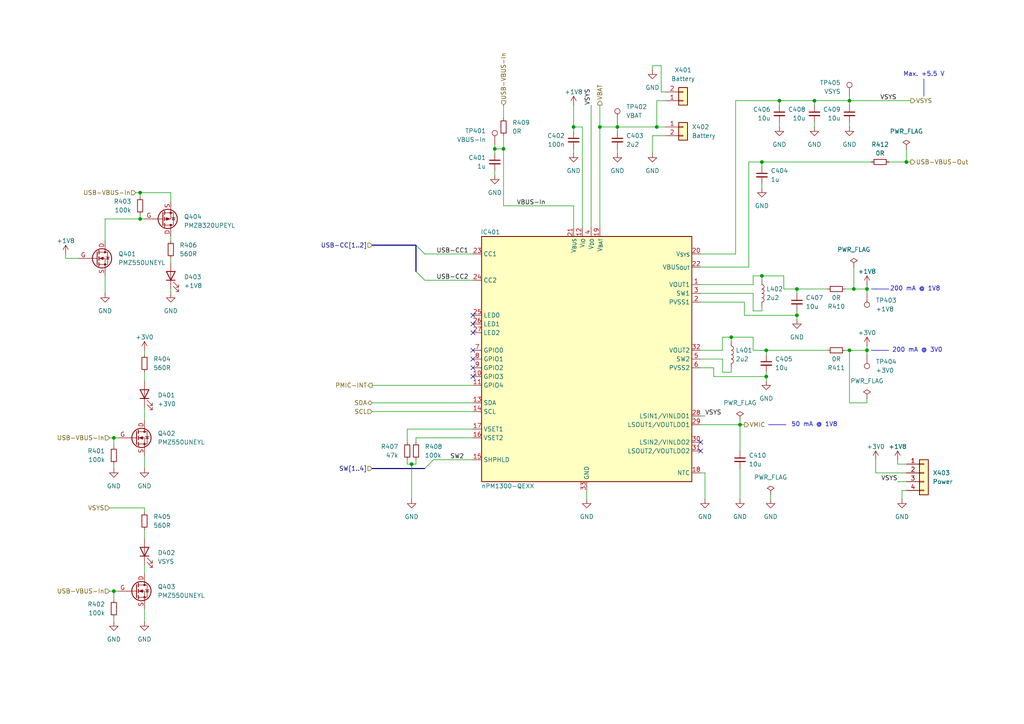
<source format=kicad_sch>
(kicad_sch (version 20250114) (generator "eeschema") (generator_version "9.0")
  (paper "A4")
  (title_block (title "Power-Management") (date "2025-07-13") (rev "${REVISION}") (company "${COMPANY}"))
  (lib_symbols
    (symbol "Connector:TestPoint" (pin_numbers (hide yes)) (pin_names (offset 0.762) (hide yes))
      (property "Reference" "TP" (at 0 6.858 0))
      (property "Value" "TestPoint" (at 0 5.08 0))
      (symbol "TestPoint_1_1"
        (pin passive line (at 0 0 90) (length 2.54) (name "1") (number "1"))
      )
    )
    (symbol "Connector_Generic:Conn_01x02" (pin_names (offset 1.016) (hide yes))
      (property "Reference" "J" (at 0 2.54 0))
      (property "Value" "Conn_01x02" (at 0 -5.08 0))
      (symbol "Conn_01x02_1_1"
        (pin passive line (at -5.08 0 0) (length 3.81) (name "Pin_1") (number "1"))
        (pin passive line (at -5.08 -2.54 0) (length 3.81) (name "Pin_2") (number "2"))
      )
    )
    (symbol "Connector_Generic:Conn_01x04" (pin_names (offset 1.016) (hide yes))
      (property "Reference" "J" (at 0 5.08 0))
      (property "Value" "Conn_01x04" (at 0 -7.62 0))
      (symbol "Conn_01x04_1_1"
        (pin passive line (at -5.08 2.54 0) (length 3.81) (name "Pin_1") (number "1"))
        (pin passive line (at -5.08 0 0) (length 3.81) (name "Pin_2") (number "2"))
        (pin passive line (at -5.08 -2.54 0) (length 3.81) (name "Pin_3") (number "3"))
        (pin passive line (at -5.08 -5.08 0) (length 3.81) (name "Pin_4") (number "4"))
      )
    )
    (symbol "Device:C_Small" (pin_numbers (hide yes)) (pin_names (offset 0.254) (hide yes))
      (property "Reference" "C" (at 0.254 1.778 0))
      (property "Value" "C_Small" (at 0.254 -2.032 0))
      (symbol "C_Small_1_1"
        (pin passive line (at 0 2.54 270) (length 2.032) (name "~") (number "1"))
        (pin passive line (at 0 -2.54 90) (length 2.032) (name "~") (number "2"))
      )
    )
    (symbol "Device:L" (pin_numbers (hide yes)) (pin_names (offset 1.016) (hide yes))
      (property "Reference" "L" (at -1.27 0 90))
      (property "Value" "L" (at 1.905 0 90))
      (symbol "L_1_1"
        (pin passive line (at 0 3.81 270) (length 1.27) (name "1") (number "1"))
        (pin passive line (at 0 -3.81 90) (length 1.27) (name "2") (number "2"))
      )
    )
    (symbol "Device:LED" (pin_numbers (hide yes)) (pin_names (offset 1.016) (hide yes))
      (property "Reference" "D" (at 0 2.54 0))
      (property "Value" "LED" (at 0 -2.54 0))
      (symbol "LED_1_1"
        (pin passive line (at -3.81 0 0) (length 2.54) (name "K") (number "1"))
        (pin passive line (at 3.81 0 180) (length 2.54) (name "A") (number "2"))
      )
    )
    (symbol "Device:R_Small" (pin_numbers (hide yes)) (pin_names (offset 0.254) (hide yes))
      (property "Reference" "R" (at 0 0 90))
      (property "Value" "R_Small" (at 1.778 0 90))
      (symbol "R_Small_1_1"
        (pin passive line (at 0 2.54 270) (length 0.762) (name "~") (number "1"))
        (pin passive line (at 0 -2.54 90) (length 0.762) (name "~") (number "2"))
      )
    )
    (symbol "Nexperia:PMZ550UNE" (pin_names (hide yes))
      (property "Reference" "Q" (at 6.35 1.2701 0))
      (property "Value" "PMZ550UNE" (at 6.35 -1.2699 0))
      (symbol "PMZ550UNE_1_1"
        (pin input line (at -5.08 0 0) (length 2.54) (name "G") (number "G"))
        (pin passive line (at 2.54 5.08 270) (length 2.54) (name "D") (number "D"))
        (pin passive line (at 2.54 -5.08 90) (length 2.54) (name "S") (number "S"))
      )
    )
    (symbol "Nexperia:PMZB320UPE" (pin_names (hide yes))
      (property "Reference" "Q" (at 2.54 1.905 0))
      (property "Value" "PMZB320UPE" (at -6.35 0 0))
      (symbol "PMZB320UPE_1_1"
        (pin input line (at -7.62 0 0) (length 2.54) (name "G") (number "G"))
        (pin passive line (at 0 5.08 270) (length 2.54) (name "D") (number "D"))
        (pin passive line (at 0 -5.08 90) (length 2.54) (name "S") (number "S"))
      )
    )
    (symbol "Nordic:nPM1300-QEXX"
      (property "Reference" "IC" (at -29.845 36.83 0))
      (property "Value" "nPM1300-QEXX" (at -22.86 -36.83 0))
      (symbol "nPM1300-QEXX_1_0"
        (pin input line (at -33.02 30.48 0) (length 2.54) (name "CC1") (number "23"))
        (pin input line (at -33.02 22.86 0) (length 2.54) (name "CC2") (number "24"))
        (pin output line (at -33.02 12.7 0) (length 2.54) (name "LED0") (number "25"))
        (pin output line (at -33.02 10.16 0) (length 2.54) (name "LED1") (number "26"))
        (pin output line (at -33.02 7.62 0) (length 2.54) (name "LED2") (number "27"))
        (pin bidirectional line (at -33.02 2.54 0) (length 2.54) (name "GPIO0") (number "7"))
        (pin bidirectional line (at -33.02 0 0) (length 2.54) (name "GPIO1") (number "8"))
        (pin bidirectional line (at -33.02 -2.54 0) (length 2.54) (name "GPIO2") (number "9"))
        (pin bidirectional line (at -33.02 -5.08 0) (length 2.54) (name "GPIO3") (number "10"))
        (pin bidirectional line (at -33.02 -7.62 0) (length 2.54) (name "GPIO4") (number "11"))
        (pin bidirectional line (at -33.02 -12.7 0) (length 2.54) (name "SDA") (number "13"))
        (pin input line (at -33.02 -15.24 0) (length 2.54) (name "SCL") (number "14"))
        (pin input line (at -33.02 -20.32 0) (length 2.54) (name "VSET1") (number "17"))
        (pin input line (at -33.02 -22.86 0) (length 2.54) (name "VSET2") (number "16"))
        (pin input line (at -33.02 -29.21 0) (length 2.54) (name "SHPHLD") (number "15"))
        (pin power_out line (at -3.81 38.1 270) (length 2.54) (name "V_{BUS}") (number "21"))
        (pin power_in line (at -1.27 38.1 270) (length 2.54) (name "V_{IO}") (number "12"))
        (pin passive line (at 0 -38.1 90) (length 2.54) (name "GND") (number "33"))
        (pin power_in line (at 1.27 38.1 270) (length 2.54) (name "V_{DD}") (number "4"))
        (pin power_out line (at 3.81 38.1 270) (length 2.54) (name "V_{BAT}") (number "19"))
        (pin power_out line (at 33.02 30.48 180) (length 2.54) (name "V_{SYS}") (number "20"))
        (pin power_out line (at 33.02 26.67 180) (length 2.54) (name "VBUS_{OUT}") (number "22"))
        (pin power_out line (at 33.02 21.59 180) (length 2.54) (name "VOUT1") (number "1"))
        (pin input line (at 33.02 19.05 180) (length 2.54) (name "SW1") (number "3"))
        (pin input line (at 33.02 16.51 180) (length 2.54) (name "PVSS1") (number "2"))
        (pin power_out line (at 33.02 2.54 180) (length 2.54) (name "VOUT2") (number "32"))
        (pin input line (at 33.02 0 180) (length 2.54) (name "SW2") (number "5"))
        (pin input line (at 33.02 -2.54 180) (length 2.54) (name "PVSS2") (number "6"))
        (pin bidirectional line (at 33.02 -16.51 180) (length 2.54) (name "LSIN1/VINLDO1") (number "28"))
        (pin bidirectional line (at 33.02 -19.05 180) (length 2.54) (name "LSOUT1/VOUTLDO1") (number "29"))
        (pin bidirectional line (at 33.02 -24.13 180) (length 2.54) (name "LSIN2/VINLDO2") (number "30"))
        (pin bidirectional line (at 33.02 -26.67 180) (length 2.54) (name "LSOUT2/VOUTLDO2") (number "31"))
        (pin input line (at 33.02 -33.02 180) (length 2.54) (name "NTC") (number "18"))
      )
    )
    (symbol "power:+1V8" (power) (pin_numbers (hide yes)) (pin_names (offset 0) (hide yes))
      (property "Value" "+1V8" (at 0 3.556 0))
      (symbol "+1V8_1_1"
        (pin power_in line (at 0 0 90) (length 0) (name "~") (number "1"))
      )
    )
    (symbol "power:+3V0" (power) (pin_numbers (hide yes)) (pin_names (offset 0) (hide yes))
      (property "Value" "+3V0" (at 0 3.556 0))
      (symbol "+3V0_1_1"
        (pin power_in line (at 0 0 90) (length 0) (name "~") (number "1"))
      )
    )
    (symbol "power:GND" (power) (pin_numbers (hide yes)) (pin_names (offset 0) (hide yes))
      (property "Value" "GND" (at 0 -3.81 0))
      (symbol "GND_1_1"
        (pin power_in line (at 0 0 270) (length 0) (name "~") (number "1"))
      )
    )
    (symbol "power:PWR_FLAG" (power) (pin_numbers (hide yes)) (pin_names (offset 0) (hide yes))
      (property "Value" "PWR_FLAG" (at 0 3.81 0))
      (symbol "PWR_FLAG_0_0"
        (pin power_out line (at 0 0 90) (length 0) (name "~") (number "1"))
      )
    )
  )
  (text "50 mA @ 1V8" (at 236.22 123.19 0) (effects (font (size 1.27 1.27))))
  (text "200 mA @ 1V8" (at 265.43 83.82 0) (effects (font (size 1.27 1.27))))
  (text "Max. +5.5 V" (at 267.97 21.59 0) (effects (font (size 1.27 1.27))))
  (text "200 mA @ 3V0" (at 266.065 101.6 0) (effects (font (size 1.27 1.27))))
  (junction (at 226.06 29.21))
  (junction (at 220.98 80.01))
  (junction (at 231.14 83.82))
  (junction (at 166.37 36.83))
  (junction (at 220.98 46.99))
  (junction (at 251.46 83.82))
  (junction (at 146.05 43.18))
  (junction (at 236.22 29.21))
  (junction (at 190.5 36.83))
  (junction (at 119.38 134.62))
  (junction (at 40.64 55.88))
  (junction (at 251.46 101.6))
  (junction (at 179.07 36.83))
  (junction (at 231.14 91.44))
  (junction (at 247.65 83.82))
  (junction (at 173.99 36.83))
  (junction (at 246.38 101.6))
  (junction (at 246.38 29.21))
  (junction (at 222.25 109.22))
  (junction (at 143.51 43.18))
  (junction (at 33.02 171.45))
  (junction (at 40.64 63.5))
  (junction (at 262.89 46.99))
  (junction (at 214.63 123.19))
  (junction (at 222.25 101.6))
  (junction (at 33.02 127))
  (junction (at 212.09 97.79))
  (no_connect (at 137.16 96.52))
  (no_connect (at 137.16 109.22))
  (no_connect (at 137.16 104.14))
  (no_connect (at 203.2 130.81))
  (no_connect (at 137.16 93.98))
  (no_connect (at 137.16 106.68))
  (no_connect (at 137.16 91.44))
  (no_connect (at 137.16 101.6))
  (no_connect (at 203.2 128.27))
  (bus_entry (at 123.19 135.89) (size 2.54 -2.54))
  (bus_entry (at 123.19 81.28) (size -2.54 -2.54))
  (bus_entry (at 123.19 73.66) (size -2.54 -2.54))
  (wire (pts (xy 33.02 134.62) (xy 33.02 135.89)))
  (wire (pts (xy 218.44 97.79) (xy 218.44 101.6)))
  (wire (pts (xy 119.38 134.62) (xy 119.38 144.78)))
  (wire (pts (xy 179.07 36.83) (xy 179.07 38.1)))
  (wire (pts (xy 214.63 123.19) (xy 214.63 130.81)))
  (wire (pts (xy 251.46 101.6) (xy 251.46 102.87)))
  (wire (pts (xy 246.38 29.21) (xy 246.38 30.48)))
  (wire (pts (xy 33.02 127) (xy 33.02 129.54)))
  (wire (pts (xy 209.55 107.95) (xy 212.09 107.95)))
  (wire (pts (xy 173.99 36.83) (xy 173.99 66.04)))
  (wire (pts (xy 246.38 35.56) (xy 246.38 36.83)))
  (wire (pts (xy 179.07 35.56) (xy 179.07 36.83)))
  (wire (pts (xy 203.2 137.16) (xy 204.47 137.16)))
  (wire (pts (xy 30.48 80.01) (xy 30.48 85.09)))
  (wire (pts (xy 227.33 80.01) (xy 227.33 83.82)))
  (wire (pts (xy 107.95 111.76) (xy 137.16 111.76)))
  (wire (pts (xy 218.44 80.01) (xy 220.98 80.01)))
  (wire (pts (xy 222.25 107.95) (xy 222.25 109.22)))
  (wire (pts (xy 203.2 77.47) (xy 217.17 77.47)))
  (wire (pts (xy 251.46 101.6) (xy 251.46 100.33)))
  (wire (pts (xy 254 137.16) (xy 254 133.35)))
  (wire (pts (xy 220.98 46.99) (xy 220.98 48.26)))
  (wire (pts (xy 33.02 171.45) (xy 33.02 173.99)))
  (wire (pts (xy 31.75 171.45) (xy 33.02 171.45)))
  (wire (pts (xy 207.01 109.22) (xy 222.25 109.22)))
  (wire (pts (xy 231.14 83.82) (xy 231.14 85.09)))
  (wire (pts (xy 41.91 176.53) (xy 41.91 180.34)))
  (wire (pts (xy 41.91 118.11) (xy 41.91 121.92)))
  (wire (pts (xy 262.89 137.16) (xy 254 137.16)))
  (wire (pts (xy 31.75 127) (xy 33.02 127)))
  (wire (pts (xy 123.19 73.66) (xy 137.16 73.66)))
  (wire (pts (xy 40.64 63.5) (xy 40.64 62.23)))
  (wire (pts (xy 118.11 133.35) (xy 118.11 134.62)))
  (wire (pts (xy 143.51 43.18) (xy 143.51 44.45)))
  (wire (pts (xy 212.09 107.95) (xy 212.09 106.68)))
  (wire (pts (xy 213.36 29.21) (xy 213.36 73.66)))
  (wire (pts (xy 173.99 36.83) (xy 179.07 36.83)))
  (bus (pts (xy 107.95 71.12) (xy 120.65 71.12)))
  (wire (pts (xy 220.98 53.34) (xy 220.98 54.61)))
  (wire (pts (xy 119.38 134.62) (xy 120.65 134.62)))
  (wire (pts (xy 166.37 59.69) (xy 166.37 66.04)))
  (wire (pts (xy 231.14 83.82) (xy 240.03 83.82)))
  (wire (pts (xy 215.9 91.44) (xy 231.14 91.44)))
  (wire (pts (xy 191.77 19.05) (xy 191.77 26.67)))
  (wire (pts (xy 222.25 109.22) (xy 222.25 110.49)))
  (wire (pts (xy 203.2 106.68) (xy 207.01 106.68)))
  (wire (pts (xy 107.95 116.84) (xy 137.16 116.84)))
  (wire (pts (xy 166.37 43.18) (xy 166.37 44.45)))
  (polyline (pts (xy 252.73 83.82) (xy 254 83.82)))
  (wire (pts (xy 218.44 101.6) (xy 222.25 101.6)))
  (wire (pts (xy 226.06 29.21) (xy 213.36 29.21)))
  (wire (pts (xy 143.51 49.53) (xy 143.51 50.8)))
  (wire (pts (xy 246.38 29.21) (xy 264.16 29.21)))
  (wire (pts (xy 41.91 153.67) (xy 41.91 156.21)))
  (wire (pts (xy 209.55 101.6) (xy 209.55 97.79)))
  (wire (pts (xy 209.55 97.79) (xy 212.09 97.79)))
  (wire (pts (xy 245.11 83.82) (xy 247.65 83.82)))
  (wire (pts (xy 203.2 87.63) (xy 215.9 87.63)))
  (wire (pts (xy 218.44 85.09) (xy 218.44 90.17)))
  (wire (pts (xy 49.53 55.88) (xy 49.53 58.42)))
  (wire (pts (xy 214.63 121.92) (xy 214.63 123.19)))
  (wire (pts (xy 204.47 137.16) (xy 204.47 144.78)))
  (wire (pts (xy 41.91 107.95) (xy 41.91 110.49)))
  (bus (pts (xy 120.65 78.74) (xy 120.65 71.12)))
  (wire (pts (xy 260.35 139.7) (xy 262.89 139.7)))
  (wire (pts (xy 19.05 74.93) (xy 22.86 74.93)))
  (wire (pts (xy 120.65 127) (xy 120.65 128.27)))
  (wire (pts (xy 245.11 101.6) (xy 246.38 101.6)))
  (wire (pts (xy 170.18 142.24) (xy 170.18 144.78)))
  (wire (pts (xy 203.2 120.65) (xy 204.47 120.65)))
  (polyline (pts (xy 254 83.82) (xy 257.81 83.82)))
  (wire (pts (xy 146.05 59.69) (xy 166.37 59.69)))
  (wire (pts (xy 189.23 19.05) (xy 191.77 19.05)))
  (wire (pts (xy 193.04 29.21) (xy 190.5 29.21)))
  (wire (pts (xy 262.89 142.24) (xy 261.62 142.24)))
  (wire (pts (xy 217.17 46.99) (xy 220.98 46.99)))
  (wire (pts (xy 247.65 83.82) (xy 251.46 83.82)))
  (wire (pts (xy 34.29 171.45) (xy 33.02 171.45)))
  (wire (pts (xy 247.65 77.47) (xy 247.65 83.82)))
  (wire (pts (xy 246.38 101.6) (xy 251.46 101.6)))
  (wire (pts (xy 40.64 63.5) (xy 30.48 63.5)))
  (wire (pts (xy 226.06 29.21) (xy 226.06 30.48)))
  (wire (pts (xy 41.91 147.32) (xy 41.91 148.59)))
  (wire (pts (xy 146.05 30.48) (xy 146.05 34.29)))
  (wire (pts (xy 226.06 29.21) (xy 236.22 29.21)))
  (wire (pts (xy 262.89 46.99) (xy 264.16 46.99)))
  (wire (pts (xy 203.2 82.55) (xy 218.44 82.55)))
  (wire (pts (xy 203.2 101.6) (xy 209.55 101.6)))
  (wire (pts (xy 220.98 90.17) (xy 220.98 88.9)))
  (wire (pts (xy 143.51 43.18) (xy 146.05 43.18)))
  (wire (pts (xy 226.06 35.56) (xy 226.06 36.83)))
  (wire (pts (xy 39.37 55.88) (xy 40.64 55.88)))
  (wire (pts (xy 41.91 163.83) (xy 41.91 166.37)))
  (wire (pts (xy 118.11 134.62) (xy 119.38 134.62)))
  (wire (pts (xy 203.2 123.19) (xy 214.63 123.19)))
  (wire (pts (xy 222.25 101.6) (xy 240.03 101.6)))
  (wire (pts (xy 262.89 134.62) (xy 260.35 134.62)))
  (wire (pts (xy 218.44 82.55) (xy 218.44 80.01)))
  (wire (pts (xy 49.53 74.93) (xy 49.53 76.2)))
  (wire (pts (xy 260.35 134.62) (xy 260.35 133.35)))
  (wire (pts (xy 236.22 29.21) (xy 246.38 29.21)))
  (wire (pts (xy 203.2 73.66) (xy 213.36 73.66)))
  (wire (pts (xy 125.73 133.35) (xy 137.16 133.35)))
  (wire (pts (xy 107.95 119.38) (xy 137.16 119.38)))
  (wire (pts (xy 137.16 127) (xy 120.65 127)))
  (wire (pts (xy 212.09 97.79) (xy 218.44 97.79)))
  (wire (pts (xy 40.64 55.88) (xy 49.53 55.88)))
  (wire (pts (xy 166.37 30.48) (xy 166.37 36.83)))
  (wire (pts (xy 227.33 83.82) (xy 231.14 83.82)))
  (polyline (pts (xy 224.155 123.19) (xy 227.965 123.19)))
  (polyline (pts (xy 252.73 101.6) (xy 254 101.6)))
  (wire (pts (xy 41.91 101.6) (xy 41.91 102.87)))
  (wire (pts (xy 146.05 39.37) (xy 146.05 43.18)))
  (wire (pts (xy 251.46 116.84) (xy 251.46 115.57)))
  (wire (pts (xy 33.02 179.07) (xy 33.02 180.34)))
  (wire (pts (xy 207.01 106.68) (xy 207.01 109.22)))
  (wire (pts (xy 189.23 20.32) (xy 189.23 19.05)))
  (polyline (pts (xy 267.97 22.86) (xy 267.97 27.94)))
  (wire (pts (xy 31.75 147.32) (xy 41.91 147.32)))
  (polyline (pts (xy 222.885 123.19) (xy 224.155 123.19)))
  (wire (pts (xy 190.5 36.83) (xy 193.04 36.83)))
  (wire (pts (xy 220.98 46.99) (xy 252.73 46.99)))
  (wire (pts (xy 246.38 101.6) (xy 246.38 116.84)))
  (wire (pts (xy 262.89 43.18) (xy 262.89 46.99)))
  (wire (pts (xy 212.09 97.79) (xy 212.09 99.06)))
  (wire (pts (xy 118.11 124.46) (xy 118.11 128.27)))
  (wire (pts (xy 40.64 55.88) (xy 40.64 57.15)))
  (wire (pts (xy 120.65 134.62) (xy 120.65 133.35)))
  (wire (pts (xy 189.23 39.37) (xy 189.23 44.45)))
  (wire (pts (xy 166.37 38.1) (xy 166.37 36.83)))
  (wire (pts (xy 214.63 123.19) (xy 215.9 123.19)))
  (wire (pts (xy 261.62 142.24) (xy 261.62 144.78)))
  (wire (pts (xy 41.91 63.5) (xy 40.64 63.5)))
  (wire (pts (xy 223.52 143.51) (xy 223.52 144.78)))
  (wire (pts (xy 179.07 36.83) (xy 190.5 36.83)))
  (wire (pts (xy 41.91 132.08) (xy 41.91 135.89)))
  (wire (pts (xy 34.29 127) (xy 33.02 127)))
  (wire (pts (xy 214.63 135.89) (xy 214.63 144.78)))
  (wire (pts (xy 222.25 101.6) (xy 222.25 102.87)))
  (wire (pts (xy 246.38 116.84) (xy 251.46 116.84)))
  (wire (pts (xy 251.46 83.82) (xy 251.46 85.09)))
  (wire (pts (xy 143.51 41.91) (xy 143.51 43.18)))
  (wire (pts (xy 251.46 83.82) (xy 251.46 82.55)))
  (wire (pts (xy 236.22 29.21) (xy 236.22 30.48)))
  (wire (pts (xy 236.22 35.56) (xy 236.22 36.83)))
  (wire (pts (xy 179.07 43.18) (xy 179.07 44.45)))
  (wire (pts (xy 190.5 29.21) (xy 190.5 36.83)))
  (wire (pts (xy 231.14 90.17) (xy 231.14 91.44)))
  (wire (pts (xy 203.2 104.14) (xy 209.55 104.14)))
  (wire (pts (xy 257.81 46.99) (xy 262.89 46.99)))
  (bus (pts (xy 107.95 135.89) (xy 123.19 135.89)))
  (wire (pts (xy 220.98 80.01) (xy 220.98 81.28)))
  (wire (pts (xy 30.48 63.5) (xy 30.48 69.85)))
  (wire (pts (xy 217.17 46.99) (xy 217.17 77.47)))
  (wire (pts (xy 49.53 68.58) (xy 49.53 69.85)))
  (wire (pts (xy 209.55 104.14) (xy 209.55 107.95)))
  (wire (pts (xy 137.16 124.46) (xy 118.11 124.46)))
  (wire (pts (xy 166.37 36.83) (xy 168.91 36.83)))
  (wire (pts (xy 220.98 80.01) (xy 227.33 80.01)))
  (wire (pts (xy 246.38 27.94) (xy 246.38 29.21)))
  (wire (pts (xy 123.19 81.28) (xy 137.16 81.28)))
  (wire (pts (xy 168.91 36.83) (xy 168.91 66.04)))
  (wire (pts (xy 49.53 83.82) (xy 49.53 85.09)))
  (wire (pts (xy 173.99 30.48) (xy 173.99 36.83)))
  (wire (pts (xy 191.77 26.67) (xy 193.04 26.67)))
  (wire (pts (xy 193.04 39.37) (xy 189.23 39.37)))
  (wire (pts (xy 203.2 85.09) (xy 218.44 85.09)))
  (wire (pts (xy 215.9 87.63) (xy 215.9 91.44)))
  (wire (pts (xy 19.05 74.93) (xy 19.05 73.66)))
  (wire (pts (xy 146.05 59.69) (xy 146.05 43.18)))
  (wire (pts (xy 231.14 91.44) (xy 231.14 92.71)))
  (wire (pts (xy 218.44 90.17) (xy 220.98 90.17)))
  (polyline (pts (xy 254 101.6) (xy 257.81 101.6)))
  (wire (pts (xy 171.45 66.04) (xy 171.45 30.48)))
  (label "VBUS-In" (at 149.86 59.69 0))
  (label "USB-CC1" (at 135.89 73.66 180))
  (label "VSYS" (at 255.27 29.21 0))
  (label "USB-CC2" (at 135.89 81.28 180))
  (label "VSYS" (at 204.47 120.65 0))
  (label "SW2" (at 134.62 133.35 180))
  (label "VSYS" (at 260.35 139.7 180))
  (label "VSYS" (at 171.45 30.48 90))
  (hierarchical_label "USB-CC[1..2]" (shape input) (at 107.95 71.12 180))
  (hierarchical_label "VSYS" (shape output) (at 264.16 29.21 0))
  (hierarchical_label "VBAT" (shape output) (at 173.99 30.48 90))
  (hierarchical_label "USB-VBUS-Out" (shape output) (at 264.16 46.99 0))
  (hierarchical_label "SCL" (shape input) (at 107.95 119.38 180))
  (hierarchical_label "USB-VBUS-In" (shape input) (at 31.75 171.45 180))
  (hierarchical_label "USB-VBUS-In" (shape input) (at 31.75 127 180))
  (hierarchical_label "SW[1..4]" (shape input) (at 107.95 135.89 180))
  (hierarchical_label "VMIC" (shape output) (at 215.9 123.19 0))
  (hierarchical_label "VSYS" (shape input) (at 31.75 147.32 180))
  (hierarchical_label "SDA" (shape bidirectional) (at 107.95 116.84 180))
  (hierarchical_label "USB-VBUS-In" (shape input) (at 146.05 30.48 90))
  (hierarchical_label "PMIC-INT" (shape output) (at 107.95 111.76 180))
  (hierarchical_label "USB-VBUS-In" (shape input) (at 39.37 55.88 180))
  (symbol (lib_id "Device:R_Small") (at 255.27 46.99 90) (mirror x) (unit 1)
    (property "Reference" "R412" (at 255.27 41.91 90))
    (property "Value" "0R" (at 255.27 44.45 90))
    (property "Footprint" "Resistor_SMD:R_0805_2012Metric" (effects (hide yes)))
    (property "Datasheet" "https://www.mouser.de/datasheet/3/40/1/cr.pdf" (effects (hide yes)))
    (property "Description" "Resistor, small symbol" (effects (hide yes)))
    (property "manf" "Bourns" (effects (hide yes)))
    (property "manf#" "CR0805-J/-000ELF" (effects (hide yes)))
    (property "mouser#" "652-CR0805-J/-000ELF" (effects (hide yes)))
  )
  (symbol (lib_id "Device:C_Small") (at 220.98 50.8 0) (mirror y) (unit 1)
    (property "Reference" "C404" (at 223.52 49.5363 0) (effects (justify right)))
    (property "Value" "1u" (at 223.52 52.0763 0) (effects (justify right)))
    (property "Footprint" "Capacitor_SMD:C_0402_1005Metric" (effects (hide yes)))
    (property "Datasheet" "https://datasheets.kyocera-avx.com/cx5r.pdf" (effects (hide yes)))
    (property "Description" "Unpolarized capacitor, small symbol" (effects (hide yes)))
    (property "manf" "KYOCERA AVX" (effects (hide yes)))
    (property "manf#" "04023D105KAT2A" (effects (hide yes)))
    (property "mouser#" "581-04023D105KAT2A" (effects (hide yes)))
  )
  (symbol (lib_id "power:GND") (at 222.25 110.49 0) (unit 1)
    (property "Reference" "#PWR0419" (effects (hide yes)))
    (property "Value" "GND" (at 222.25 115.57 0))
    (property "Description" "Power symbol creates a global label with name \"GND\" , ground" (effects (hide yes)))
  )
  (symbol (lib_id "Device:L") (at 212.09 102.87 0) (unit 1)
    (property "Reference" "L401" (at 213.36 101.6 0) (effects (justify left)))
    (property "Value" "2u2" (at 213.36 104.14 0) (effects (justify left)))
    (property "Footprint" "Inductor_SMD_Kampi:L_0806_2016" (effects (hide yes)))
    (property "Datasheet" "https://www.mouser.de/datasheet/3/184/1/ASMPH-0806.pdf" (effects (hide yes)))
    (property "Description" "Inductor" (effects (hide yes)))
    (property "manf" "ABRACON" (effects (hide yes)))
    (property "manf#" "ASMPH-0806-2R2M-T" (effects (hide yes)))
    (property "mouser#" "815-ASMPH-0806-2R2M-T" (effects (hide yes)))
  )
  (symbol (lib_id "Device:C_Small") (at 143.51 46.99 0) (unit 1)
    (property "Reference" "C401" (at 140.97 45.7263 0) (effects (justify right)))
    (property "Value" "1u" (at 140.97 48.2663 0) (effects (justify right)))
    (property "Footprint" "Capacitor_SMD:C_0402_1005Metric" (effects (hide yes)))
    (property "Datasheet" "https://datasheets.kyocera-avx.com/cx5r.pdf" (effects (hide yes)))
    (property "Description" "Unpolarized capacitor, small symbol" (effects (hide yes)))
    (property "manf" "KYOCERA AVX" (effects (hide yes)))
    (property "manf#" "04023D105KAT2A" (effects (hide yes)))
    (property "mouser#" "581-04023D105KAT2A" (effects (hide yes)))
  )
  (symbol (lib_id "Device:C_Small") (at 222.25 105.41 0) (mirror y) (unit 1)
    (property "Reference" "C405" (at 224.79 104.1463 0) (effects (justify right)))
    (property "Value" "10u" (at 224.79 106.6863 0) (effects (justify right)))
    (property "Footprint" "Capacitor_SMD:C_0402_1005Metric" (effects (hide yes)))
    (property "Datasheet" "https://search.murata.co.jp/Ceramy/image/img/A01X/G101/ENG/GRJ155R60J106ME11-02A.pdf" (effects (hide yes)))
    (property "Description" "Unpolarized capacitor, small symbol" (effects (hide yes)))
    (property "manf" "Murata Electronics" (effects (hide yes)))
    (property "manf#" "GRJ155R60J106ME11D" (effects (hide yes)))
    (property "mouser#" "81-GRJ155R60J106ME11D" (effects (hide yes)))
  )
  (symbol (lib_id "Device:R_Small") (at 33.02 176.53 0) (unit 1)
    (property "Reference" "R402" (at 30.48 175.2599 0) (effects (justify right)))
    (property "Value" "100k" (at 30.48 177.7999 0) (effects (justify right)))
    (property "Footprint" "Resistor_SMD:R_0402_1005Metric" (effects (hide yes)))
    (property "Datasheet" "https://www.mouser.com/catalog/specsheets/YAGEO_PYu_RC_Group_51_RoHS_L_12.pdf" (effects (hide yes)))
    (property "Description" "Resistor, small symbol" (effects (hide yes)))
    (property "manf" "YAGEO" (effects (hide yes)))
    (property "manf#" "RC0404FR-07100KL" (effects (hide yes)))
    (property "mouser#" "603-RC0404FR-07100KL" (effects (hide yes)))
  )
  (symbol (lib_id "Device:R_Small") (at 120.65 130.81 180) (unit 1)
    (property "Reference" "R408" (at 123.19 129.54 0) (effects (justify right)))
    (property "Value" "100k" (at 123.19 132.08 0) (effects (justify right)))
    (property "Footprint" "Resistor_SMD:R_0402_1005Metric" (effects (hide yes)))
    (property "Datasheet" "https://www.mouser.com/catalog/specsheets/YAGEO_PYu_RC_Group_51_RoHS_L_12.pdf" (effects (hide yes)))
    (property "Description" "Resistor, small symbol" (effects (hide yes)))
    (property "manf" "YAGEO" (effects (hide yes)))
    (property "manf#" "RC0404FR-07100KL" (effects (hide yes)))
    (property "mouser#" "603-RC0404FR-07100KL" (effects (hide yes)))
  )
  (symbol (lib_id "Connector:TestPoint") (at 143.51 41.91 0) (mirror y) (unit 1) (in_bom no)
    (property "Reference" "TP401" (at 140.97 37.973 0) (effects (justify left)))
    (property "Value" "VBUS-In" (at 140.97 40.513 0) (effects (justify left)))
    (property "Footprint" "Testpoints:TestPoint_Pad_D1.0mm" (effects (hide yes)))
    (property "Description" "test point" (effects (hide yes)))
  )
  (symbol (lib_id "Device:LED") (at 41.91 114.3 90) (unit 1)
    (property "Reference" "D401" (at 45.72 114.6174 90) (effects (justify right)))
    (property "Value" "+3V0" (at 45.72 117.1574 90) (effects (justify right)))
    (property "Footprint" "LED_SMD:LED_0402_1005Metric" (effects (hide yes)))
    (property "Datasheet" "https://www.mouser.de/datasheet/3/389/1/SSF-LXH100GD-RP.pdf" (effects (hide yes)))
    (property "Description" "Light emitting diode" (effects (hide yes)))
    (property "manf" "SML-LX0402SUGC-TR" (effects (hide yes)))
    (property "manf#" "Lumex" (effects (hide yes)))
    (property "mouser#" "696-SML-LX0402SUGCTR" (effects (hide yes)))
    (property "Sim.Pins" "1=K 2=A" (effects (hide yes)))
  )
  (symbol (lib_id "power:+1V8") (at 166.37 30.48 0) (unit 1)
    (property "Reference" "#PWR0411" (effects (hide yes)))
    (property "Value" "+1V8" (at 166.37 26.67 0))
    (property "Description" "Power symbol creates a global label with name \"+1V8\"" (effects (hide yes)))
  )
  (symbol (lib_id "Device:C_Small") (at 231.14 87.63 0) (mirror y) (unit 1)
    (property "Reference" "C407" (at 233.68 86.3663 0) (effects (justify right)))
    (property "Value" "10u" (at 233.68 88.9063 0) (effects (justify right)))
    (property "Footprint" "Capacitor_SMD:C_0402_1005Metric" (effects (hide yes)))
    (property "Datasheet" "https://search.murata.co.jp/Ceramy/image/img/A01X/G101/ENG/GRJ155R60J106ME11-02A.pdf" (effects (hide yes)))
    (property "Description" "Unpolarized capacitor, small symbol" (effects (hide yes)))
    (property "manf" "Murata Electronics" (effects (hide yes)))
    (property "manf#" "GRJ155R60J106ME11D" (effects (hide yes)))
    (property "mouser#" "81-GRJ155R60J106ME11D" (effects (hide yes)))
  )
  (symbol (lib_id "power:GND") (at 236.22 36.83 0) (unit 1)
    (property "Reference" "#PWR0422" (effects (hide yes)))
    (property "Value" "GND" (at 236.22 41.91 0))
    (property "Description" "Power symbol creates a global label with name \"GND\" , ground" (effects (hide yes)))
  )
  (symbol (lib_id "Device:R_Small") (at 146.05 36.83 0) (mirror y) (unit 1)
    (property "Reference" "R409" (at 148.59 35.5599 0) (effects (justify right)))
    (property "Value" "0R" (at 148.59 38.0999 0) (effects (justify right)))
    (property "Footprint" "Resistor_SMD:R_0805_2012Metric" (effects (hide yes)))
    (property "Datasheet" "https://www.mouser.de/datasheet/3/40/1/cr.pdf" (effects (hide yes)))
    (property "Description" "Resistor, small symbol" (effects (hide yes)))
    (property "manf" "Bourns" (effects (hide yes)))
    (property "manf#" "CR0805-J/-000ELF" (effects (hide yes)))
    (property "mouser#" "652-CR0805-J/-000ELF" (effects (hide yes)))
  )
  (symbol (lib_id "power:GND") (at 33.02 135.89 0) (unit 1)
    (property "Reference" "#PWR0403" (effects (hide yes)))
    (property "Value" "GND" (at 33.02 140.97 0))
    (property "Description" "Power symbol creates a global label with name \"GND\" , ground" (effects (hide yes)))
  )
  (symbol (lib_id "Device:R_Small") (at 118.11 130.81 0) (mirror x) (unit 1)
    (property "Reference" "R407" (at 115.57 129.54 0) (effects (justify right)))
    (property "Value" "47k" (at 115.57 132.08 0) (effects (justify right)))
    (property "Footprint" "Resistor_SMD:R_0402_1005Metric" (effects (hide yes)))
    (property "Datasheet" "https://www.mouser.com/catalog/specsheets/YAGEO_PYu_RC_Group_51_RoHS_L_12.pdf" (effects (hide yes)))
    (property "Description" "Resistor, small symbol" (effects (hide yes)))
    (property "manf" "YAGEO" (effects (hide yes)))
    (property "manf#" "RC0402FR-0747KL" (effects (hide yes)))
    (property "mouser#" "603-RC0402FR-0747KL" (effects (hide yes)))
  )
  (symbol (lib_id "power:PWR_FLAG") (at 251.46 115.57 0) (unit 1)
    (property "Reference" "#FLG0403" (effects (hide yes)))
    (property "Value" "PWR_FLAG" (at 251.46 110.49 0))
    (property "Description" "Special symbol for telling ERC where power comes from" (effects (hide yes)))
  )
  (symbol (lib_id "Device:R_Small") (at 33.02 132.08 0) (unit 1)
    (property "Reference" "R401" (at 30.48 130.8099 0) (effects (justify right)))
    (property "Value" "100k" (at 30.48 133.3499 0) (effects (justify right)))
    (property "Footprint" "Resistor_SMD:R_0402_1005Metric" (effects (hide yes)))
    (property "Datasheet" "https://www.mouser.com/catalog/specsheets/YAGEO_PYu_RC_Group_51_RoHS_L_12.pdf" (effects (hide yes)))
    (property "Description" "Resistor, small symbol" (effects (hide yes)))
    (property "manf" "YAGEO" (effects (hide yes)))
    (property "manf#" "RC0404FR-07100KL" (effects (hide yes)))
    (property "mouser#" "603-RC0404FR-07100KL" (effects (hide yes)))
  )
  (symbol (lib_id "Nordic:nPM1300-QEXX") (at 170.18 104.14 0) (unit 1)
    (property "Reference" "IC401" (at 142.24 67.31 0))
    (property "Value" "nPM1300-QEXX" (at 147.32 140.97 0))
    (property "Footprint" "Package_DFN_QFN:QFN-32-1EP_5x5mm_P0.5mm_EP3.6x3.6mm_ThermalVias" (effects (hide yes)))
    (property "Datasheet" "https://infocenter.nordicsemi.com/index.jsp?topic=%2Fstruct_pmic%2Fstruct%2Fnpm1300.html" (effects (hide yes)))
    (property "manf" "Nordic Semiconductor" (effects (hide yes)))
    (property "manf#" "nPM1300-QEAA-R7" (effects (hide yes)))
    (property "mouser#" "949-NPM1300-QEAA-R7" (effects (hide yes)))
  )
  (symbol (lib_id "power:GND") (at 41.91 180.34 0) (unit 1)
    (property "Reference" "#PWR0407" (effects (hide yes)))
    (property "Value" "GND" (at 41.91 185.42 0))
    (property "Description" "Power symbol creates a global label with name \"GND\" , ground" (effects (hide yes)))
  )
  (symbol (lib_id "power:+1V8") (at 19.05 73.66 0) (unit 1)
    (property "Reference" "#PWR0401" (effects (hide yes)))
    (property "Value" "+1V8" (at 19.05 69.85 0))
    (property "Description" "Power symbol creates a global label with name \"+1V8\"" (effects (hide yes)))
  )
  (symbol (lib_id "Connector_Generic:Conn_01x04") (at 267.97 137.16 0) (unit 1)
    (property "Reference" "X403" (at 270.51 137.1599 0) (effects (justify left)))
    (property "Value" "Power" (at 270.51 139.6999 0) (effects (justify left)))
    (property "Footprint" "Connector_PinHeader_2.54mm:PinHeader_1x04_P2.54mm_Vertical" (effects (hide yes)))
    (property "Datasheet" "https://cdn.amphenol-cs.com/media/wysiwyg/files/documentation/datasheet/boardwiretoboard/bwb_bergstik.pdf" (effects (hide yes)))
    (property "Description" "Generic connector, single row, 01x04, script generated (kicad-library-utils/schlib/autogen/connector/)" (effects (hide yes)))
    (property "manf" "Amphenol FCI" (effects (hide yes)))
    (property "manf#" "77311-818-02LF" (effects (hide yes)))
    (property "mouser#" "649-77311-818-02LF" (effects (hide yes)))
  )
  (symbol (lib_id "power:+3V0") (at 41.91 101.6 0) (unit 1)
    (property "Reference" "#PWR0405" (effects (hide yes)))
    (property "Value" "+3V0" (at 41.91 97.79 0))
    (property "Description" "Power symbol creates a global label with name \"+3V0\"" (effects (hide yes)))
  )
  (symbol (lib_id "Device:C_Small") (at 236.22 33.02 0) (unit 1)
    (property "Reference" "C408" (at 233.68 31.7563 0) (effects (justify right)))
    (property "Value" "10u" (at 233.68 34.2963 0) (effects (justify right)))
    (property "Footprint" "Capacitor_SMD:C_0603_1608Metric" (effects (hide yes)))
    (property "Datasheet" "https://datasheets.kyocera-avx.com/cx5r-KGM.pdf" (effects (hide yes)))
    (property "Description" "Unpolarized capacitor, small symbol" (effects (hide yes)))
    (property "manf" "KYOCERA AVX" (effects (hide yes)))
    (property "manf#" "KGM15CR50J106MT" (effects (hide yes)))
    (property "mouser#" "581-KGM15CR50J106MT" (effects (hide yes)))
  )
  (symbol (lib_id "power:GND") (at 189.23 44.45 0) (unit 1)
    (property "Reference" "#PWR0416" (effects (hide yes)))
    (property "Value" "GND" (at 189.23 49.53 0))
    (property "Description" "Power symbol creates a global label with name \"GND\" , ground" (effects (hide yes)))
  )
  (symbol (lib_id "power:GND") (at 30.48 85.09 0) (unit 1)
    (property "Reference" "#PWR0402" (effects (hide yes)))
    (property "Value" "GND" (at 30.48 90.17 0))
    (property "Description" "Power symbol creates a global label with name \"GND\" , ground" (effects (hide yes)))
  )
  (symbol (lib_id "power:+3V0") (at 251.46 100.33 0) (unit 1)
    (property "Reference" "#PWR0425" (effects (hide yes)))
    (property "Value" "+3V0" (at 251.46 96.52 0))
    (property "Description" "Power symbol creates a global label with name \"+3V0\"" (effects (hide yes)))
  )
  (symbol (lib_id "Device:LED") (at 49.53 80.01 90) (unit 1)
    (property "Reference" "D403" (at 53.34 80.3274 90) (effects (justify right)))
    (property "Value" "+1V8" (at 53.34 82.8674 90) (effects (justify right)))
    (property "Footprint" "LED_SMD:LED_0402_1005Metric" (effects (hide yes)))
    (property "Datasheet" "https://www.mouser.de/datasheet/3/389/1/SSF-LXH100GD-RP.pdf" (effects (hide yes)))
    (property "Description" "Light emitting diode" (effects (hide yes)))
    (property "manf" "SML-LX0402SUGC-TR" (effects (hide yes)))
    (property "manf#" "Lumex" (effects (hide yes)))
    (property "mouser#" "696-SML-LX0402SUGCTR" (effects (hide yes)))
    (property "Sim.Pins" "1=K 2=A" (effects (hide yes)))
  )
  (symbol (lib_id "Device:LED") (at 41.91 160.02 90) (unit 1)
    (property "Reference" "D402" (at 45.72 160.3374 90) (effects (justify right)))
    (property "Value" "VSYS" (at 45.72 162.8774 90) (effects (justify right)))
    (property "Footprint" "LED_SMD:LED_0402_1005Metric" (effects (hide yes)))
    (property "Datasheet" "https://www.mouser.de/datasheet/3/389/1/SSF-LXH100GD-RP.pdf" (effects (hide yes)))
    (property "Description" "Light emitting diode" (effects (hide yes)))
    (property "manf" "SML-LX0402SUGC-TR" (effects (hide yes)))
    (property "manf#" "Lumex" (effects (hide yes)))
    (property "mouser#" "696-SML-LX0402SUGCTR" (effects (hide yes)))
    (property "Sim.Pins" "1=K 2=A" (effects (hide yes)))
  )
  (symbol (lib_id "Device:R_Small") (at 49.53 72.39 180) (unit 1)
    (property "Reference" "R406" (at 52.07 71.12 0) (effects (justify right)))
    (property "Value" "560R" (at 52.07 73.66 0) (effects (justify right)))
    (property "Footprint" "Resistor_SMD:R_0402_1005Metric" (effects (hide yes)))
    (property "Datasheet" "https://www.mouser.com/catalog/specsheets/YAGEO_PYu_RC_Group_51_RoHS_L_12.pdf" (effects (hide yes)))
    (property "Description" "Resistor, small symbol" (effects (hide yes)))
    (property "manf" "YAGEO" (effects (hide yes)))
    (property "manf#" "RC0402FR-07560RL" (effects (hide yes)))
    (property "mouser#" "603-RC0402FR-07560RL" (effects (hide yes)))
  )
  (symbol (lib_id "Device:R_Small") (at 242.57 101.6 270) (mirror x) (unit 1)
    (property "Reference" "R411" (at 242.57 106.68 90))
    (property "Value" "0R" (at 242.57 104.14 90))
    (property "Footprint" "Resistor_SMD:R_0805_2012Metric" (effects (hide yes)))
    (property "Datasheet" "https://www.mouser.de/datasheet/3/40/1/cr.pdf" (effects (hide yes)))
    (property "Description" "Resistor, small symbol" (effects (hide yes)))
    (property "manf" "Bourns" (effects (hide yes)))
    (property "manf#" "CR0805-J/-000ELF" (effects (hide yes)))
    (property "mouser#" "652-CR0805-J/-000ELF" (effects (hide yes)))
  )
  (symbol (lib_id "power:GND") (at 223.52 144.78 0) (unit 1)
    (property "Reference" "#PWR0430" (effects (hide yes)))
    (property "Value" "GND" (at 223.52 149.86 0))
    (property "Description" "Power symbol creates a global label with name \"GND\" , ground" (effects (hide yes)))
  )
  (symbol (lib_id "power:GND") (at 246.38 36.83 0) (unit 1)
    (property "Reference" "#PWR0423" (effects (hide yes)))
    (property "Value" "GND" (at 246.38 41.91 0))
    (property "Description" "Power symbol creates a global label with name \"GND\" , ground" (effects (hide yes)))
  )
  (symbol (lib_id "power:PWR_FLAG") (at 214.63 121.92 0) (unit 1)
    (property "Reference" "#FLG0402" (effects (hide yes)))
    (property "Value" "PWR_FLAG" (at 214.63 116.84 0))
    (property "Description" "Special symbol for telling ERC where power comes from" (effects (hide yes)))
  )
  (symbol (lib_id "Nexperia:PMZ550UNE") (at 39.37 171.45 0) (unit 1)
    (property "Reference" "Q403" (at 45.72 170.1799 0) (effects (justify left)))
    (property "Value" "PMZ550UNEYL" (at 45.72 172.7199 0) (effects (justify left)))
    (property "Footprint" "Package_DFN_Kampi:DFN-1006-3" (effects (hide yes)))
    (property "Datasheet" "https://assets.nexperia.com/documents/data-sheet/PMZ550UNE.pdf" (effects (hide yes)))
    (property "Description" "0.59A Id, 30V Vds, N-Channel MOSFET, DFN-1006-3" (effects (hide yes)))
    (property "manf" "Nexperia" (effects (hide yes)))
    (property "manf#" "PMZ550UNEYL" (effects (hide yes)))
    (property "mouser#" "771-PMZ550UNEYL" (effects (hide yes)))
  )
  (symbol (lib_id "power:GND") (at 261.62 144.78 0) (unit 1)
    (property "Reference" "#PWR0428" (effects (hide yes)))
    (property "Value" "GND" (at 261.62 149.86 0))
    (property "Description" "Power symbol creates a global label with name \"GND\" , ground" (effects (hide yes)))
  )
  (symbol (lib_id "Device:L") (at 220.98 85.09 0) (unit 1)
    (property "Reference" "L402" (at 222.25 83.82 0) (effects (justify left)))
    (property "Value" "2u2" (at 222.25 86.36 0) (effects (justify left)))
    (property "Footprint" "Inductor_SMD_Kampi:L_0806_2016" (effects (hide yes)))
    (property "Datasheet" "https://www.mouser.de/datasheet/3/184/1/ASMPH-0806.pdf" (effects (hide yes)))
    (property "Description" "Inductor" (effects (hide yes)))
    (property "manf" "ABRACON" (effects (hide yes)))
    (property "manf#" "ASMPH-0806-2R2M-T" (effects (hide yes)))
    (property "mouser#" "815-ASMPH-0806-2R2M-T" (effects (hide yes)))
  )
  (symbol (lib_id "Connector_Generic:Conn_01x02") (at 198.12 36.83 0) (unit 1)
    (property "Reference" "X402" (at 200.66 36.83 0) (effects (justify left)))
    (property "Value" "Battery" (at 200.66 39.37 0) (effects (justify left)))
    (property "Footprint" "Molex:78171-0002" (effects (hide yes)))
    (property "Datasheet" "https://www.molex.com/en-us/products/part-detail-pdf/781710002?display=pdf" (effects (hide yes)))
    (property "Description" "Generic connector, single row, 01x02, script generated (kicad-library-utils/schlib/autogen/connector/)" (effects (hide yes)))
    (property "manf" "Molex" (effects (hide yes)))
    (property "manf#" "78171-0002" (effects (hide yes)))
    (property "mouser#" "538-78171-0002" (effects (hide yes)))
  )
  (symbol (lib_id "power:GND") (at 170.18 144.78 0) (unit 1)
    (property "Reference" "#PWR0413" (effects (hide yes)))
    (property "Value" "GND" (at 170.18 149.86 0))
    (property "Description" "Power symbol creates a global label with name \"GND\" , ground" (effects (hide yes)))
  )
  (symbol (lib_id "Device:R_Small") (at 242.57 83.82 270) (mirror x) (unit 1)
    (property "Reference" "R410" (at 242.57 88.9 90))
    (property "Value" "0R" (at 242.57 86.36 90))
    (property "Footprint" "Resistor_SMD:R_0805_2012Metric" (effects (hide yes)))
    (property "Datasheet" "https://www.mouser.de/datasheet/3/40/1/cr.pdf" (effects (hide yes)))
    (property "Description" "Resistor, small symbol" (effects (hide yes)))
    (property "manf" "Bourns" (effects (hide yes)))
    (property "manf#" "CR0805-J/-000ELF" (effects (hide yes)))
    (property "mouser#" "652-CR0805-J/-000ELF" (effects (hide yes)))
  )
  (symbol (lib_id "power:GND") (at 143.51 50.8 0) (unit 1)
    (property "Reference" "#PWR0410" (effects (hide yes)))
    (property "Value" "GND" (at 143.51 55.88 0))
    (property "Description" "Power symbol creates a global label with name \"GND\" , ground" (effects (hide yes)))
  )
  (symbol (lib_id "Device:C_Small") (at 226.06 33.02 0) (unit 1)
    (property "Reference" "C406" (at 223.52 31.7563 0) (effects (justify right)))
    (property "Value" "10u" (at 223.52 34.2963 0) (effects (justify right)))
    (property "Footprint" "Capacitor_SMD:C_0603_1608Metric" (effects (hide yes)))
    (property "Datasheet" "https://datasheets.kyocera-avx.com/cx5r-KGM.pdf" (effects (hide yes)))
    (property "Description" "Unpolarized capacitor, small symbol" (effects (hide yes)))
    (property "manf" "KYOCERA AVX" (effects (hide yes)))
    (property "manf#" "KGM15CR50J106MT" (effects (hide yes)))
    (property "mouser#" "581-KGM15CR50J106MT" (effects (hide yes)))
  )
  (symbol (lib_id "power:PWR_FLAG") (at 262.89 43.18 0) (unit 1)
    (property "Reference" "#FLG0401" (effects (hide yes)))
    (property "Value" "PWR_FLAG" (at 262.89 38.1 0))
    (property "Description" "Special symbol for telling ERC where power comes from" (effects (hide yes)))
  )
  (symbol (lib_id "power:GND") (at 49.53 85.09 0) (unit 1)
    (property "Reference" "#PWR0408" (effects (hide yes)))
    (property "Value" "GND" (at 49.53 90.17 0))
    (property "Description" "Power symbol creates a global label with name \"GND\" , ground" (effects (hide yes)))
  )
  (symbol (lib_id "power:PWR_FLAG") (at 223.52 143.51 0) (unit 1)
    (property "Reference" "#FLG0405" (effects (hide yes)))
    (property "Value" "PWR_FLAG" (at 223.52 138.43 0))
    (property "Description" "Special symbol for telling ERC where power comes from" (effects (hide yes)))
  )
  (symbol (lib_id "Connector_Generic:Conn_01x02") (at 198.12 29.21 0) (mirror x) (unit 1)
    (property "Reference" "X401" (at 198.12 20.32 0))
    (property "Value" "Battery" (at 198.12 22.86 0))
    (property "Footprint" "Connector_PinHeader_2.54mm:PinHeader_1x02_P2.54mm_Vertical" (effects (hide yes)))
    (property "Datasheet" "https://cdn.amphenol-cs.com/media/wysiwyg/files/documentation/datasheet/boardwiretoboard/bwb_bergstik.pdf" (effects (hide yes)))
    (property "Description" "Generic connector, single row, 01x02, script generated (kicad-library-utils/schlib/autogen/connector/)" (effects (hide yes)))
    (property "manf" "Amphenol FCI" (effects (hide yes)))
    (property "manf#" "77311-818-02LF" (effects (hide yes)))
    (property "mouser#" "649-77311-818-02LF" (effects (hide yes)))
  )
  (symbol (lib_id "Nexperia:PMZ550UNE") (at 39.37 127 0) (unit 1)
    (property "Reference" "Q402" (at 45.72 125.7299 0) (effects (justify left)))
    (property "Value" "PMZ550UNEYL" (at 45.72 128.2699 0) (effects (justify left)))
    (property "Footprint" "Package_DFN_Kampi:DFN-1006-3" (effects (hide yes)))
    (property "Datasheet" "https://assets.nexperia.com/documents/data-sheet/PMZ550UNE.pdf" (effects (hide yes)))
    (property "Description" "0.59A Id, 30V Vds, N-Channel MOSFET, DFN-1006-3" (effects (hide yes)))
    (property "manf" "Nexperia" (effects (hide yes)))
    (property "manf#" "PMZ550UNEYL" (effects (hide yes)))
    (property "mouser#" "771-PMZ550UNEYL" (effects (hide yes)))
  )
  (symbol (lib_id "Nexperia:PMZB320UPE") (at 49.53 63.5 0) (mirror x) (unit 1)
    (property "Reference" "Q404" (at 53.34 62.865 0) (effects (justify left)))
    (property "Value" "PMZB320UPEYL" (at 53.34 65.405 0) (effects (justify left)))
    (property "Footprint" "Package_DFN_Kampi:DFN-1006-3" (effects (hide yes)))
    (property "Datasheet" "https://assets.nexperia.com/documents/data-sheet/PMZB320UPE.pdf" (effects (hide yes)))
    (property "Description" "1A Id, 30V Vds" (effects (hide yes)))
    (property "manf" "ROHM Semiconductor" (effects (hide yes)))
    (property "manf#" "PMZB320UPEYL" (effects (hide yes)))
    (property "mouser#" "771-PMZB320UPEYL" (effects (hide yes)))
  )
  (symbol (lib_id "Device:C_Small") (at 179.07 40.64 0) (mirror y) (unit 1)
    (property "Reference" "C403" (at 181.61 39.3763 0) (effects (justify right)))
    (property "Value" "2u2" (at 181.61 41.9163 0) (effects (justify right)))
    (property "Footprint" "Capacitor_SMD:C_0402_1005Metric" (effects (hide yes)))
    (property "Datasheet" "https://datasheets.kyocera-avx.com/cx5r.pdf" (effects (hide yes)))
    (property "Description" "Unpolarized capacitor, small symbol" (effects (hide yes)))
    (property "manf" "KYOCERA AVX" (effects (hide yes)))
    (property "manf#" "0402ZD225MAT2A" (effects (hide yes)))
    (property "mouser#" "581-0402ZD225MAT2A" (effects (hide yes)))
  )
  (symbol (lib_id "power:PWR_FLAG") (at 247.65 77.47 0) (unit 1)
    (property "Reference" "#FLG0404" (effects (hide yes)))
    (property "Value" "PWR_FLAG" (at 247.65 72.39 0))
    (property "Description" "Special symbol for telling ERC where power comes from" (effects (hide yes)))
  )
  (symbol (lib_id "power:+3V0") (at 254 133.35 0) (unit 1)
    (property "Reference" "#PWR0426" (effects (hide yes)))
    (property "Value" "+3V0" (at 254 129.54 0))
    (property "Description" "Power symbol creates a global label with name \"+3V0\"" (effects (hide yes)))
  )
  (symbol (lib_id "power:GND") (at 214.63 144.78 0) (unit 1)
    (property "Reference" "#PWR0429" (effects (hide yes)))
    (property "Value" "GND" (at 214.63 149.86 0))
    (property "Description" "Power symbol creates a global label with name \"GND\" , ground" (effects (hide yes)))
  )
  (symbol (lib_id "power:GND") (at 226.06 36.83 0) (unit 1)
    (property "Reference" "#PWR0420" (effects (hide yes)))
    (property "Value" "GND" (at 226.06 41.91 0))
    (property "Description" "Power symbol creates a global label with name \"GND\" , ground" (effects (hide yes)))
  )
  (symbol (lib_id "Connector:TestPoint") (at 179.07 35.56 0) (mirror y) (unit 1) (in_bom no)
    (property "Reference" "TP402" (at 181.61 30.9879 0) (effects (justify right)))
    (property "Value" "VBAT" (at 181.61 33.5279 0) (effects (justify right)))
    (property "Footprint" "Testpoints:TestPoint_Pad_D1.0mm" (effects (hide yes)))
    (property "Description" "test point" (effects (hide yes)))
  )
  (symbol (lib_id "power:+1V8") (at 251.46 82.55 0) (unit 1)
    (property "Reference" "#PWR0424" (effects (hide yes)))
    (property "Value" "+1V8" (at 251.46 78.74 0))
    (property "Description" "Power symbol creates a global label with name \"+1V8\"" (effects (hide yes)))
  )
  (symbol (lib_id "Connector:TestPoint") (at 251.46 102.87 0) (mirror x) (unit 1) (in_bom no)
    (property "Reference" "TP404" (at 254 104.9019 0) (effects (justify left)))
    (property "Value" "+3V0" (at 254 107.4419 0) (effects (justify left)))
    (property "Footprint" "Testpoints:TestPoint_Pad_D1.0mm" (effects (hide yes)))
    (property "Description" "test point" (effects (hide yes)))
  )
  (symbol (lib_id "power:GND") (at 220.98 54.61 0) (unit 1)
    (property "Reference" "#PWR0418" (effects (hide yes)))
    (property "Value" "GND" (at 220.98 59.69 0))
    (property "Description" "Power symbol creates a global label with name \"GND\" , ground" (effects (hide yes)))
  )
  (symbol (lib_id "Device:R_Small") (at 41.91 105.41 180) (unit 1)
    (property "Reference" "R404" (at 44.45 104.14 0) (effects (justify right)))
    (property "Value" "560R" (at 44.45 106.68 0) (effects (justify right)))
    (property "Footprint" "Resistor_SMD:R_0402_1005Metric" (effects (hide yes)))
    (property "Datasheet" "https://www.mouser.com/catalog/specsheets/YAGEO_PYu_RC_Group_51_RoHS_L_12.pdf" (effects (hide yes)))
    (property "Description" "Resistor, small symbol" (effects (hide yes)))
    (property "manf" "YAGEO" (effects (hide yes)))
    (property "manf#" "RC0402FR-07560RL" (effects (hide yes)))
    (property "mouser#" "603-RC0402FR-07560RL" (effects (hide yes)))
  )
  (symbol (lib_id "power:GND") (at 33.02 180.34 0) (unit 1)
    (property "Reference" "#PWR0404" (effects (hide yes)))
    (property "Value" "GND" (at 33.02 185.42 0))
    (property "Description" "Power symbol creates a global label with name \"GND\" , ground" (effects (hide yes)))
  )
  (symbol (lib_id "power:+1V8") (at 260.35 133.35 0) (unit 1)
    (property "Reference" "#PWR0427" (effects (hide yes)))
    (property "Value" "+1V8" (at 260.35 129.54 0))
    (property "Description" "Power symbol creates a global label with name \"+1V8\"" (effects (hide yes)))
  )
  (symbol (lib_id "Device:R_Small") (at 41.91 151.13 180) (unit 1)
    (property "Reference" "R405" (at 44.45 149.86 0) (effects (justify right)))
    (property "Value" "560R" (at 44.45 152.4 0) (effects (justify right)))
    (property "Footprint" "Resistor_SMD:R_0402_1005Metric" (effects (hide yes)))
    (property "Datasheet" "https://www.mouser.com/catalog/specsheets/YAGEO_PYu_RC_Group_51_RoHS_L_12.pdf" (effects (hide yes)))
    (property "Description" "Resistor, small symbol" (effects (hide yes)))
    (property "manf" "YAGEO" (effects (hide yes)))
    (property "manf#" "RC0402FR-07560RL" (effects (hide yes)))
    (property "mouser#" "603-RC0402FR-07560RL" (effects (hide yes)))
  )
  (symbol (lib_id "power:GND") (at 41.91 135.89 0) (unit 1)
    (property "Reference" "#PWR0406" (effects (hide yes)))
    (property "Value" "GND" (at 41.91 140.97 0))
    (property "Description" "Power symbol creates a global label with name \"GND\" , ground" (effects (hide yes)))
  )
  (symbol (lib_id "power:GND") (at 189.23 20.32 0) (unit 1)
    (property "Reference" "#PWR0415" (effects (hide yes)))
    (property "Value" "GND" (at 189.23 25.4 0))
    (property "Description" "Power symbol creates a global label with name \"GND\" , ground" (effects (hide yes)))
  )
  (symbol (lib_id "Nexperia:PMZ550UNE") (at 27.94 74.93 0) (unit 1)
    (property "Reference" "Q401" (at 34.29 73.6599 0) (effects (justify left)))
    (property "Value" "PMZ550UNEYL" (at 34.29 76.1999 0) (effects (justify left)))
    (property "Footprint" "Package_DFN_Kampi:DFN-1006-3" (effects (hide yes)))
    (property "Datasheet" "https://assets.nexperia.com/documents/data-sheet/PMZ550UNE.pdf" (effects (hide yes)))
    (property "Description" "0.59A Id, 30V Vds, N-Channel MOSFET, DFN-1006-3" (effects (hide yes)))
    (property "manf" "Nexperia" (effects (hide yes)))
    (property "manf#" "PMZ550UNEYL" (effects (hide yes)))
    (property "mouser#" "771-PMZ550UNEYL" (effects (hide yes)))
  )
  (symbol (lib_id "Device:C_Small") (at 166.37 40.64 0) (unit 1)
    (property "Reference" "C402" (at 163.83 39.3763 0) (effects (justify right)))
    (property "Value" "100n" (at 163.83 41.9163 0) (effects (justify right)))
    (property "Footprint" "Capacitor_SMD:C_0402_1005Metric" (effects (hide yes)))
    (property "Datasheet" "https://datasheets.kyocera-avx.com/KGM_X7R.pdf" (effects (hide yes)))
    (property "Description" "Unpolarized capacitor, small symbol" (effects (hide yes)))
    (property "manf" "KYOCERA AVX" (effects (hide yes)))
    (property "manf#" "0402ZC104KAT4A" (effects (hide yes)))
    (property "mouser#" "581-0402ZC104KAT4A" (effects (hide yes)))
  )
  (symbol (lib_id "Device:C_Small") (at 246.38 33.02 0) (unit 1)
    (property "Reference" "C409" (at 243.84 31.7563 0) (effects (justify right)))
    (property "Value" "10u" (at 243.84 34.2963 0) (effects (justify right)))
    (property "Footprint" "Capacitor_SMD:C_0603_1608Metric" (effects (hide yes)))
    (property "Datasheet" "https://datasheets.kyocera-avx.com/cx5r-KGM.pdf" (effects (hide yes)))
    (property "Description" "Unpolarized capacitor, small symbol" (effects (hide yes)))
    (property "manf" "KYOCERA AVX" (effects (hide yes)))
    (property "manf#" "KGM15CR50J106MT" (effects (hide yes)))
    (property "mouser#" "581-KGM15CR50J106MT" (effects (hide yes)))
  )
  (symbol (lib_id "power:GND") (at 204.47 144.78 0) (unit 1)
    (property "Reference" "#PWR0417" (effects (hide yes)))
    (property "Value" "GND" (at 204.47 149.86 0))
    (property "Description" "Power symbol creates a global label with name \"GND\" , ground" (effects (hide yes)))
  )
  (symbol (lib_id "Connector:TestPoint") (at 246.38 27.94 0) (mirror y) (unit 1) (in_bom no)
    (property "Reference" "TP405" (at 243.84 24.003 0) (effects (justify left)))
    (property "Value" "VSYS" (at 243.84 26.543 0) (effects (justify left)))
    (property "Footprint" "Testpoints:TestPoint_Pad_D1.0mm" (effects (hide yes)))
    (property "Description" "test point" (effects (hide yes)))
  )
  (symbol (lib_id "Device:C_Small") (at 214.63 133.35 0) (mirror y) (unit 1)
    (property "Reference" "C410" (at 217.17 132.0863 0) (effects (justify right)))
    (property "Value" "10u" (at 217.17 134.6263 0) (effects (justify right)))
    (property "Footprint" "Capacitor_SMD:C_0402_1005Metric" (effects (hide yes)))
    (property "Datasheet" "https://search.murata.co.jp/Ceramy/image/img/A01X/G101/ENG/GRJ155R60J106ME11-02A.pdf" (effects (hide yes)))
    (property "Description" "Unpolarized capacitor, small symbol" (effects (hide yes)))
    (property "manf" "Murata Electronics" (effects (hide yes)))
    (property "manf#" "GRJ155R60J106ME11D" (effects (hide yes)))
    (property "mouser#" "81-GRJ155R60J106ME11D" (effects (hide yes)))
  )
  (symbol (lib_id "power:GND") (at 179.07 44.45 0) (unit 1)
    (property "Reference" "#PWR0414" (effects (hide yes)))
    (property "Value" "GND" (at 179.07 49.53 0))
    (property "Description" "Power symbol creates a global label with name \"GND\" , ground" (effects (hide yes)))
  )
  (symbol (lib_id "Device:R_Small") (at 40.64 59.69 0) (unit 1)
    (property "Reference" "R403" (at 38.1 58.4199 0) (effects (justify right)))
    (property "Value" "100k" (at 38.1 60.9599 0) (effects (justify right)))
    (property "Footprint" "Resistor_SMD:R_0402_1005Metric" (effects (hide yes)))
    (property "Datasheet" "https://www.mouser.com/catalog/specsheets/YAGEO_PYu_RC_Group_51_RoHS_L_12.pdf" (effects (hide yes)))
    (property "Description" "Resistor, small symbol" (effects (hide yes)))
    (property "manf" "YAGEO" (effects (hide yes)))
    (property "manf#" "RC0404FR-07100KL" (effects (hide yes)))
    (property "mouser#" "603-RC0404FR-07100KL" (effects (hide yes)))
  )
  (symbol (lib_id "Connector:TestPoint") (at 251.46 85.09 0) (mirror x) (unit 1) (in_bom no)
    (property "Reference" "TP403" (at 254 87.1219 0) (effects (justify left)))
    (property "Value" "+1V8" (at 254 89.6619 0) (effects (justify left)))
    (property "Footprint" "Testpoints:TestPoint_Pad_D1.0mm" (effects (hide yes)))
    (property "Description" "test point" (effects (hide yes)))
  )
  (symbol (lib_id "power:GND") (at 231.14 92.71 0) (unit 1)
    (property "Reference" "#PWR0421" (effects (hide yes)))
    (property "Value" "GND" (at 231.14 97.79 0))
    (property "Description" "Power symbol creates a global label with name \"GND\" , ground" (effects (hide yes)))
  )
  (symbol (lib_id "power:GND") (at 166.37 44.45 0) (unit 1)
    (property "Reference" "#PWR0412" (effects (hide yes)))
    (property "Value" "GND" (at 166.37 49.53 0))
    (property "Description" "Power symbol creates a global label with name \"GND\" , ground" (effects (hide yes)))
  )
  (symbol (lib_id "power:GND") (at 119.38 144.78 0) (unit 1)
    (property "Reference" "#PWR0409" (effects (hide yes)))
    (property "Value" "GND" (at 119.38 149.86 0))
    (property "Description" "Power symbol creates a global label with name \"GND\" , ground" (effects (hide yes)))
  )
)
</source>
